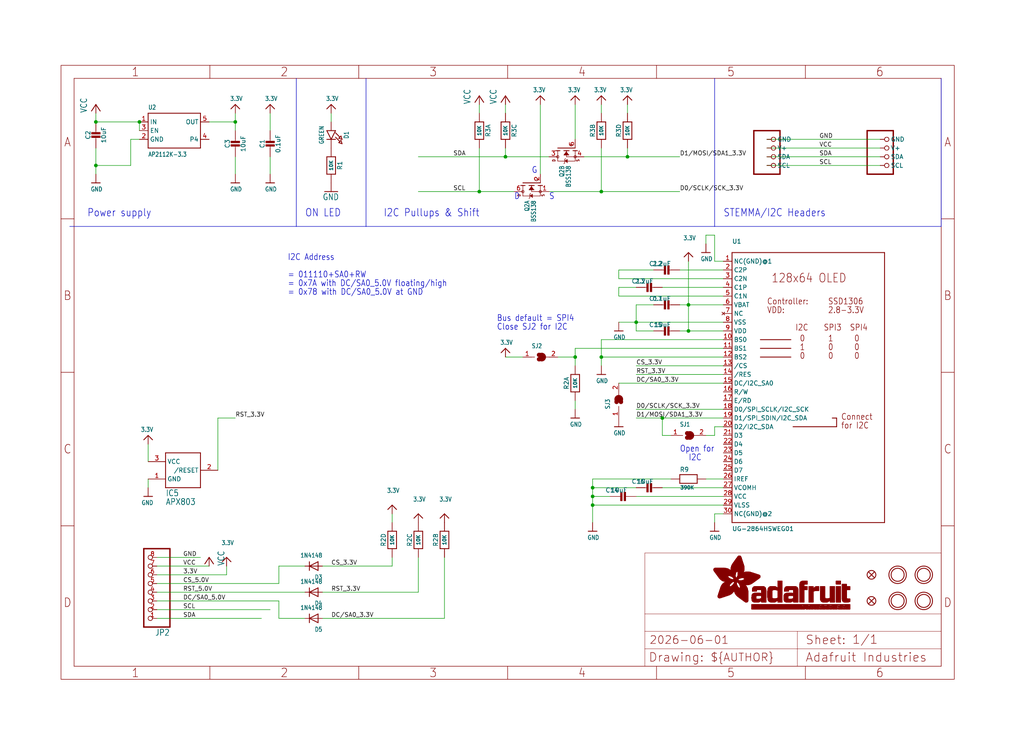
<source format=kicad_sch>
(kicad_sch (version 20230121) (generator eeschema)
  (paper "User" 298.45 217.322)
  (lib_symbols
    (symbol "working-eagle-import:3.3V" (power)
      (property "Value" "3.3V" (at -1.524 1.016 0))
      (symbol "3.3V_1_0"
        (pin power_in line (at 0 -2.54 90) (length 2.54) (name "3.3V") (number "1"))
      )
    )
    (symbol "working-eagle-import:AXP083-SAG"
      (property "Reference" "IC" (at -5.08 -7.62 0))
      (symbol "AXP083-SAG_1_0"
        (pin power_in line (at -10.16 -2.54 0) (length 5.08) (name "GND") (number "1"))
        (pin output line (at 10.16 0 180) (length 5.08) (name "/RESET") (number "2"))
        (pin power_in line (at -10.16 2.54 0) (length 5.08) (name "VCC") (number "3"))
      )
    )
    (symbol "working-eagle-import:CAP_CERAMIC0603_NO"
      (property "Reference" "C" (at -2.29 1.25 90))
      (symbol "CAP_CERAMIC0603_NO_1_0"
        (pin passive line (at 0 5.08 270) (length 2.54) (name "1") (number "1"))
        (pin passive line (at 0 -2.54 90) (length 2.54) (name "2") (number "2"))
      )
    )
    (symbol "working-eagle-import:CAP_CERAMIC0805-NOOUTLINE"
      (property "Reference" "C" (at -2.29 1.25 90))
      (symbol "CAP_CERAMIC0805-NOOUTLINE_1_0"
        (pin passive line (at 0 5.08 270) (length 2.54) (name "1") (number "1"))
        (pin passive line (at 0 -2.54 90) (length 2.54) (name "2") (number "2"))
      )
    )
    (symbol "working-eagle-import:DIODESOD-323"
      (property "Reference" "D" (at 0 2.54 0))
      (symbol "DIODESOD-323_1_0"
        (pin passive line (at -2.54 0 0) (length 2.54) (name "A") (number "A"))
        (pin passive line (at 2.54 0 180) (length 2.54) (name "C") (number "C"))
      )
    )
    (symbol "working-eagle-import:DISP_OLED_UG-2864HSWEG010.96{dblquote}"
      (property "Reference" "U" (at -22.86 40.64 0))
      (symbol "DISP_OLED_UG-2864HSWEG010.96{dblquote}_1_0"
        (text "0" (at -3.175 6.985 0) (effects (font (size 1.778 1.5113)) (justify left bottom)))
        (text "0" (at -3.175 12.065 0) (effects (font (size 1.778 1.5113)) (justify left bottom)))
        (text "0" (at 5.08 6.985 0) (effects (font (size 1.778 1.5113)) (justify left bottom)))
        (text "0" (at 5.08 9.525 0) (effects (font (size 1.778 1.5113)) (justify left bottom)))
        (text "0" (at 12.7 6.985 0) (effects (font (size 1.778 1.5113)) (justify left bottom)))
        (text "0" (at 12.7 9.525 0) (effects (font (size 1.778 1.5113)) (justify left bottom)))
        (text "0" (at 12.7 12.065 0) (effects (font (size 1.778 1.5113)) (justify left bottom)))
        (text "1" (at -3.175 9.525 0) (effects (font (size 1.778 1.5113)) (justify left bottom)))
        (text "1" (at 5.08 12.065 0) (effects (font (size 1.778 1.5113)) (justify left bottom)))
        (text "128x64 OLED" (at -11.43 29.21 0) (effects (font (size 2.54 2.159)) (justify left bottom)))
        (text "2.8-3.3V" (at 5.08 20.32 0) (effects (font (size 1.778 1.5113)) (justify left bottom)))
        (text "Connect" (at 8.89 -10.795 0) (effects (font (size 1.778 1.5113)) (justify left bottom)))
        (text "Controller:" (at -12.7 22.86 0) (effects (font (size 1.778 1.5113)) (justify left bottom)))
        (text "for I2C" (at 8.89 -13.335 0) (effects (font (size 1.778 1.5113)) (justify left bottom)))
        (text "I2C" (at -4.445 15.24 0) (effects (font (size 1.778 1.5113)) (justify left bottom)))
        (text "SPI3" (at 3.81 15.24 0) (effects (font (size 1.778 1.5113)) (justify left bottom)))
        (text "SPI4" (at 11.43 15.24 0) (effects (font (size 1.778 1.5113)) (justify left bottom)))
        (text "SSD1306" (at 5.08 22.86 0) (effects (font (size 1.778 1.5113)) (justify left bottom)))
        (text "VDD:" (at -12.7 20.32 0) (effects (font (size 1.778 1.5113)) (justify left bottom)))
        (pin input line (at -25.4 35.56 0) (length 2.54) (name "NC(GND)@1") (number "1"))
        (pin input line (at -25.4 12.7 0) (length 2.54) (name "BS0") (number "10"))
        (pin input line (at -25.4 10.16 0) (length 2.54) (name "BS1") (number "11"))
        (pin input line (at -25.4 7.62 0) (length 2.54) (name "BS2") (number "12"))
        (pin input line (at -25.4 5.08 0) (length 2.54) (name "/CS") (number "13"))
        (pin input line (at -25.4 2.54 0) (length 2.54) (name "/RES") (number "14"))
        (pin input line (at -25.4 0 0) (length 2.54) (name "DC/I2C_SA0") (number "15"))
        (pin input line (at -25.4 -2.54 0) (length 2.54) (name "R/W") (number "16"))
        (pin input line (at -25.4 -5.08 0) (length 2.54) (name "E/RD") (number "17"))
        (pin bidirectional line (at -25.4 -7.62 0) (length 2.54) (name "D0/SPI_SCLK/I2C_SCK") (number "18"))
        (pin bidirectional line (at -25.4 -10.16 0) (length 2.54) (name "D1/SPI_SDIN/I2C_SDA") (number "19"))
        (pin input line (at -25.4 33.02 0) (length 2.54) (name "C2P") (number "2"))
        (pin bidirectional line (at -25.4 -12.7 0) (length 2.54) (name "D2/I2C_SDA") (number "20"))
        (pin bidirectional line (at -25.4 -15.24 0) (length 2.54) (name "D3") (number "21"))
        (pin bidirectional line (at -25.4 -17.78 0) (length 2.54) (name "D4") (number "22"))
        (pin bidirectional line (at -25.4 -20.32 0) (length 2.54) (name "D5") (number "23"))
        (pin bidirectional line (at -25.4 -22.86 0) (length 2.54) (name "D6") (number "24"))
        (pin bidirectional line (at -25.4 -25.4 0) (length 2.54) (name "D7") (number "25"))
        (pin input line (at -25.4 -27.94 0) (length 2.54) (name "IREF") (number "26"))
        (pin output line (at -25.4 -30.48 0) (length 2.54) (name "VCOMH") (number "27"))
        (pin power_in line (at -25.4 -33.02 0) (length 2.54) (name "VCC") (number "28"))
        (pin power_in line (at -25.4 -35.56 0) (length 2.54) (name "VLSS") (number "29"))
        (pin input line (at -25.4 30.48 0) (length 2.54) (name "C2N") (number "3"))
        (pin input line (at -25.4 -38.1 0) (length 2.54) (name "NC(GND)@2") (number "30"))
        (pin input line (at -25.4 27.94 0) (length 2.54) (name "C1P") (number "4"))
        (pin input line (at -25.4 25.4 0) (length 2.54) (name "C1N") (number "5"))
        (pin input line (at -25.4 22.86 0) (length 2.54) (name "VBAT") (number "6"))
        (pin no_connect line (at -25.4 20.32 0) (length 2.54) (name "NC") (number "7"))
        (pin power_in line (at -25.4 17.78 0) (length 2.54) (name "VSS") (number "8"))
        (pin power_in line (at -25.4 15.24 0) (length 2.54) (name "VDD") (number "9"))
      )
    )
    (symbol "working-eagle-import:FIDUCIAL_1MM")
    (symbol "working-eagle-import:FRAME_A4_ADAFRUIT"
      (symbol "FRAME_A4_ADAFRUIT_1_0"
        (text "${#}/${##}" (at 230.505 10.16 0) (effects (font (size 2.54 2.54)) (justify left bottom)))
        (text "${AUTHOR}" (at 189.23 5.08 0) (effects (font (size 2.286 2.286)) (justify left bottom)))
        (text "${CURRENT_DATE}" (at 171.45 10.16 0) (effects (font (size 2.286 2.286)) (justify left bottom)))
        (text "${PROJECTNAME}" (at 171.45 15.24 0) (effects (font (size 2.54 2.54)) (justify left bottom)))
        (text "1" (at 21.6958 1.905 0) (effects (font (size 2.54 2.286))))
        (text "1" (at 21.6958 177.165 0) (effects (font (size 2.54 2.286))))
        (text "2" (at 65.0875 1.905 0) (effects (font (size 2.54 2.286))))
        (text "2" (at 65.0875 177.165 0) (effects (font (size 2.54 2.286))))
        (text "3" (at 108.4792 1.905 0) (effects (font (size 2.54 2.286))))
        (text "3" (at 108.4792 177.165 0) (effects (font (size 2.54 2.286))))
        (text "4" (at 151.8708 1.905 0) (effects (font (size 2.54 2.286))))
        (text "4" (at 151.8708 177.165 0) (effects (font (size 2.54 2.286))))
        (text "5" (at 195.2625 1.905 0) (effects (font (size 2.54 2.286))))
        (text "5" (at 195.2625 177.165 0) (effects (font (size 2.54 2.286))))
        (text "6" (at 238.6542 1.905 0) (effects (font (size 2.54 2.286))))
        (text "6" (at 238.6542 177.165 0) (effects (font (size 2.54 2.286))))
        (text "A" (at 1.905 156.6863 0) (effects (font (size 2.54 2.286))))
        (text "A" (at 258.445 156.6863 0) (effects (font (size 2.54 2.286))))
        (text "Adafruit Industries" (at 216.916 4.953 0) (effects (font (size 2.54 2.54)) (justify left bottom)))
        (text "B" (at 1.905 111.9188 0) (effects (font (size 2.54 2.286))))
        (text "B" (at 258.445 111.9188 0) (effects (font (size 2.54 2.286))))
        (text "C" (at 1.905 67.1513 0) (effects (font (size 2.54 2.286))))
        (text "C" (at 258.445 67.1513 0) (effects (font (size 2.54 2.286))))
        (text "D" (at 1.905 22.3838 0) (effects (font (size 2.54 2.286))))
        (text "D" (at 258.445 22.3838 0) (effects (font (size 2.54 2.286))))
        (text "Drawing:" (at 171.196 4.953 0) (effects (font (size 2.54 2.54)) (justify left bottom)))
        (text "Sheet:" (at 216.916 10.033 0) (effects (font (size 2.54 2.54)) (justify left bottom)))
      )
    )
    (symbol "working-eagle-import:GND" (power)
      (property "Value" "GND" (at -1.524 -2.54 0))
      (symbol "GND_1_0"
        (pin power_in line (at 0 2.54 270) (length 2.54) (name "GND") (number "1"))
      )
    )
    (symbol "working-eagle-import:HEADER-1X870MIL"
      (property "Reference" "JP" (at -6.35 13.335 0))
      (symbol "HEADER-1X870MIL_1_0"
        (pin passive inverted (at -2.54 10.16 0) (length 2.54) (name "1") (number "1"))
        (pin passive inverted (at -2.54 7.62 0) (length 2.54) (name "2") (number "2"))
        (pin passive inverted (at -2.54 5.08 0) (length 2.54) (name "3") (number "3"))
        (pin passive inverted (at -2.54 2.54 0) (length 2.54) (name "4") (number "4"))
        (pin passive inverted (at -2.54 0 0) (length 2.54) (name "5") (number "5"))
        (pin passive inverted (at -2.54 -2.54 0) (length 2.54) (name "6") (number "6"))
        (pin passive inverted (at -2.54 -5.08 0) (length 2.54) (name "7") (number "7"))
        (pin passive inverted (at -2.54 -7.62 0) (length 2.54) (name "8") (number "8"))
      )
    )
    (symbol "working-eagle-import:LED0603_NOOUTLINE"
      (property "Reference" "D" (at -1.27 4.445 0))
      (symbol "LED0603_NOOUTLINE_1_0"
        (pin passive line (at -5.08 0 0) (length 2.54) (name "A") (number "A"))
        (pin passive line (at 2.54 0 180) (length 2.54) (name "C") (number "C"))
      )
    )
    (symbol "working-eagle-import:MOSFET-N_DUAL"
      (property "Reference" "Q" (at 5.08 0.635 0))
      (symbol "MOSFET-N_DUAL_1_0"
        (text "D" (at 3.175 3.175 0) (effects (font (size 0.8128 0.6908)) (justify left bottom)))
        (text "G" (at -1.27 -1.905 0) (effects (font (size 0.8128 0.6908)) (justify left bottom)))
        (text "S" (at 3.175 -3.81 0) (effects (font (size 0.8128 0.6908)) (justify left bottom)))
        (pin bidirectional line (at 2.54 -5.08 90) (length 2.54) (name "S") (number "1"))
        (pin bidirectional line (at -2.54 -2.54 0) (length 2.54) (name "G") (number "2"))
        (pin bidirectional line (at 2.54 5.08 270) (length 2.54) (name "D") (number "6"))
      )
      (symbol "MOSFET-N_DUAL_2_0"
        (text "D" (at 3.175 3.175 0) (effects (font (size 0.8128 0.6908)) (justify left bottom)))
        (text "G" (at -1.27 -1.905 0) (effects (font (size 0.8128 0.6908)) (justify left bottom)))
        (text "S" (at 3.175 -3.81 0) (effects (font (size 0.8128 0.6908)) (justify left bottom)))
        (pin bidirectional line (at 2.54 5.08 270) (length 2.54) (name "D") (number "3"))
        (pin bidirectional line (at 2.54 -5.08 90) (length 2.54) (name "S") (number "4"))
        (pin bidirectional line (at -2.54 -2.54 0) (length 2.54) (name "G") (number "5"))
      )
    )
    (symbol "working-eagle-import:MOUNTINGHOLE2.5")
    (symbol "working-eagle-import:RESISTOR_0603_NOOUT"
      (property "Reference" "R" (at 0 2.54 0))
      (symbol "RESISTOR_0603_NOOUT_1_0"
        (pin passive line (at -5.08 0 0) (length 2.54) (name "1") (number "1"))
        (pin passive line (at 5.08 0 180) (length 2.54) (name "2") (number "2"))
      )
    )
    (symbol "working-eagle-import:RESISTOR_4PACK"
      (property "Reference" "R" (at 0 2.54 0))
      (symbol "RESISTOR_4PACK_1_0"
        (pin passive line (at -5.08 0 0) (length 2.54) (name "1") (number "1"))
        (pin passive line (at 5.08 0 180) (length 2.54) (name "2") (number "8"))
      )
      (symbol "RESISTOR_4PACK_2_0"
        (pin passive line (at -5.08 0 0) (length 2.54) (name "1") (number "2"))
        (pin passive line (at 5.08 0 180) (length 2.54) (name "2") (number "7"))
      )
      (symbol "RESISTOR_4PACK_3_0"
        (pin passive line (at -5.08 0 0) (length 2.54) (name "1") (number "3"))
        (pin passive line (at 5.08 0 180) (length 2.54) (name "2") (number "6"))
      )
      (symbol "RESISTOR_4PACK_4_0"
        (pin passive line (at -5.08 0 0) (length 2.54) (name "1") (number "4"))
        (pin passive line (at 5.08 0 180) (length 2.54) (name "2") (number "5"))
      )
    )
    (symbol "working-eagle-import:SOLDERJUMPER"
      (property "Reference" "SJ" (at -2.54 2.54 0))
      (symbol "SOLDERJUMPER_1_0"
        (pin passive line (at -5.08 0 0) (length 2.54) (name "1") (number "1"))
        (pin passive line (at 5.08 0 180) (length 2.54) (name "2") (number "2"))
      )
    )
    (symbol "working-eagle-import:SOLDERJUMPERCLOSED"
      (property "Reference" "SJ" (at -2.54 2.54 0))
      (symbol "SOLDERJUMPERCLOSED_1_0"
        (pin passive line (at -5.08 0 0) (length 2.54) (name "1") (number "1"))
        (pin passive line (at 5.08 0 180) (length 2.54) (name "2") (number "2"))
      )
    )
    (symbol "working-eagle-import:STEMMA_I2C_QT"
      (symbol "STEMMA_I2C_QT_1_0"
        (pin passive inverted (at 0 5.08 0) (length 2.54) (name "GND") (number "1"))
        (pin passive inverted (at 0 2.54 0) (length 2.54) (name "V+") (number "2"))
        (pin passive inverted (at 0 0 0) (length 2.54) (name "SDA") (number "3"))
        (pin passive inverted (at 0 -2.54 0) (length 2.54) (name "SCL") (number "4"))
      )
      (symbol "STEMMA_I2C_QT_2_0"
        (pin bidirectional line (at 0 0 0) (length 5.08) (name "MT") (number "MT1"))
      )
      (symbol "STEMMA_I2C_QT_3_0"
        (pin bidirectional line (at 0 0 0) (length 5.08) (name "MT") (number "MT2"))
      )
    )
    (symbol "working-eagle-import:VCC" (power)
      (property "Value" "VCC" (at -2.54 -2.54 90))
      (symbol "VCC_1_0"
        (pin power_in line (at 0 -2.54 90) (length 2.54) (name "VCC") (number "1"))
      )
    )
    (symbol "working-eagle-import:VREG_SOT23-5"
      (property "Reference" "U" (at -7.62 6.096 0))
      (symbol "VREG_SOT23-5_1_0"
        (pin power_in line (at -10.16 2.54 0) (length 2.54) (name "IN") (number "1"))
        (pin power_in line (at -10.16 -2.54 0) (length 2.54) (name "GND") (number "2"))
        (pin input line (at -10.16 0 0) (length 2.54) (name "EN") (number "3"))
        (pin bidirectional line (at 10.16 -2.54 180) (length 2.54) (name "P4") (number "4"))
        (pin power_in line (at 10.16 2.54 180) (length 2.54) (name "OUT") (number "5"))
      )
    )
    (symbol "working-eagle-import:supply1_GND" (power)
      (property "Value" "supply1_GND" (at -2.54 -2.54 0))
      (symbol "supply1_GND_1_0"
        (pin power_in line (at 0 2.54 270) (length 2.54) (name "GND") (number "1"))
      )
    )
  )
  (junction (at 27.94 48.26))
  (junction (at 139.7 55.88))
  (junction (at 27.94 35.56))
  (junction (at 147.32 45.72))
  (junction (at 193.04 121.92))
  (junction (at 172.72 142.24))
  (junction (at 172.72 144.78))
  (junction (at 200.66 96.52))
  (junction (at 175.26 55.88))
  (junction (at 68.58 35.56))
  (junction (at 185.42 93.98))
  (junction (at 167.64 104.14))
  (junction (at 40.64 35.56))
  (junction (at 172.72 147.32))
  (junction (at 200.66 88.9))
  (junction (at 175.26 104.14))
  (junction (at 182.88 45.72))
  (wire (pts (xy 210.82 88.9) (xy 200.66 88.9)) (stroke (width 0.1524)))
  (wire (pts (xy 160.02 55.88) (xy 175.26 55.88)) (stroke (width 0.1524)))
  (wire (pts (xy 256.54 45.72) (xy 223.52 45.72)) (stroke (width 0.1524)))
  (wire (pts (xy 210.82 111.76) (xy 180.34 111.76)) (stroke (width 0.1524)))
  (wire (pts (xy 43.18 134.62) (xy 43.18 129.54)) (stroke (width 0.1524)))
  (wire (pts (xy 200.66 88.9) (xy 198.12 88.9)) (stroke (width 0.1524)))
  (wire (pts (xy 167.64 101.6) (xy 167.64 104.14)) (stroke (width 0.1524)))
  (polyline (pts (xy 20.32 66.04) (xy 86.36 66.04)) (stroke (width 0.1524) (type solid)))
  (wire (pts (xy 38.1 48.26) (xy 27.94 48.26)) (stroke (width 0.1524)))
  (wire (pts (xy 114.3 149.86) (xy 114.3 152.4)) (stroke (width 0.1524)))
  (wire (pts (xy 210.82 78.74) (xy 198.12 78.74)) (stroke (width 0.1524)))
  (wire (pts (xy 210.82 144.78) (xy 185.42 144.78)) (stroke (width 0.1524)))
  (wire (pts (xy 45.72 180.34) (xy 76.2 180.34)) (stroke (width 0.1524)))
  (wire (pts (xy 139.7 55.88) (xy 121.92 55.88)) (stroke (width 0.1524)))
  (wire (pts (xy 60.96 35.56) (xy 68.58 35.56)) (stroke (width 0.1524)))
  (wire (pts (xy 45.72 165.1) (xy 60.96 165.1)) (stroke (width 0.1524)))
  (wire (pts (xy 129.54 180.34) (xy 129.54 162.56)) (stroke (width 0.1524)))
  (wire (pts (xy 210.82 99.06) (xy 175.26 99.06)) (stroke (width 0.1524)))
  (wire (pts (xy 40.64 38.1) (xy 40.64 35.56)) (stroke (width 0.1524)))
  (wire (pts (xy 45.72 167.64) (xy 66.04 167.64)) (stroke (width 0.1524)))
  (wire (pts (xy 147.32 43.18) (xy 147.32 45.72)) (stroke (width 0.1524)))
  (wire (pts (xy 210.82 83.82) (xy 193.04 83.82)) (stroke (width 0.1524)))
  (wire (pts (xy 208.28 76.2) (xy 208.28 68.58)) (stroke (width 0.1524)))
  (wire (pts (xy 114.3 165.1) (xy 114.3 162.56)) (stroke (width 0.1524)))
  (wire (pts (xy 210.82 104.14) (xy 175.26 104.14)) (stroke (width 0.1524)))
  (polyline (pts (xy 106.68 66.04) (xy 208.28 66.04)) (stroke (width 0.1524) (type solid)))
  (wire (pts (xy 45.72 172.72) (xy 88.9 172.72)) (stroke (width 0.1524)))
  (wire (pts (xy 205.74 68.58) (xy 205.74 71.12)) (stroke (width 0.1524)))
  (wire (pts (xy 45.72 170.18) (xy 81.28 170.18)) (stroke (width 0.1524)))
  (polyline (pts (xy 274.32 22.86) (xy 274.32 66.04)) (stroke (width 0.1524) (type solid)))
  (wire (pts (xy 139.7 30.48) (xy 139.7 33.02)) (stroke (width 0.1524)))
  (wire (pts (xy 180.34 81.28) (xy 210.82 81.28)) (stroke (width 0.1524)))
  (wire (pts (xy 208.28 149.86) (xy 208.28 152.4)) (stroke (width 0.1524)))
  (wire (pts (xy 27.94 33.02) (xy 27.94 35.56)) (stroke (width 0.1524)))
  (wire (pts (xy 208.28 124.46) (xy 208.28 127)) (stroke (width 0.1524)))
  (wire (pts (xy 96.52 35.56) (xy 96.52 33.02)) (stroke (width 0.1524)))
  (wire (pts (xy 172.72 144.78) (xy 172.72 142.24)) (stroke (width 0.1524)))
  (wire (pts (xy 63.5 137.16) (xy 63.5 121.92)) (stroke (width 0.1524)))
  (wire (pts (xy 182.88 43.18) (xy 182.88 45.72)) (stroke (width 0.1524)))
  (wire (pts (xy 193.04 127) (xy 193.04 121.92)) (stroke (width 0.1524)))
  (wire (pts (xy 210.82 106.68) (xy 185.42 106.68)) (stroke (width 0.1524)))
  (wire (pts (xy 185.42 88.9) (xy 185.42 93.98)) (stroke (width 0.1524)))
  (wire (pts (xy 180.34 78.74) (xy 180.34 81.28)) (stroke (width 0.1524)))
  (wire (pts (xy 149.86 55.88) (xy 139.7 55.88)) (stroke (width 0.1524)))
  (wire (pts (xy 121.92 172.72) (xy 121.92 162.56)) (stroke (width 0.1524)))
  (wire (pts (xy 208.28 68.58) (xy 205.74 68.58)) (stroke (width 0.1524)))
  (wire (pts (xy 167.64 101.6) (xy 210.82 101.6)) (stroke (width 0.1524)))
  (wire (pts (xy 210.82 76.2) (xy 208.28 76.2)) (stroke (width 0.1524)))
  (wire (pts (xy 167.64 40.64) (xy 167.64 30.48)) (stroke (width 0.1524)))
  (wire (pts (xy 167.64 119.38) (xy 167.64 116.84)) (stroke (width 0.1524)))
  (wire (pts (xy 81.28 165.1) (xy 88.9 165.1)) (stroke (width 0.1524)))
  (wire (pts (xy 193.04 121.92) (xy 185.42 121.92)) (stroke (width 0.1524)))
  (wire (pts (xy 93.98 165.1) (xy 114.3 165.1)) (stroke (width 0.1524)))
  (wire (pts (xy 175.26 43.18) (xy 175.26 55.88)) (stroke (width 0.1524)))
  (wire (pts (xy 170.18 45.72) (xy 182.88 45.72)) (stroke (width 0.1524)))
  (wire (pts (xy 45.72 162.56) (xy 58.42 162.56)) (stroke (width 0.1524)))
  (wire (pts (xy 157.48 50.8) (xy 157.48 30.48)) (stroke (width 0.1524)))
  (wire (pts (xy 190.5 96.52) (xy 185.42 96.52)) (stroke (width 0.1524)))
  (wire (pts (xy 147.32 45.72) (xy 121.92 45.72)) (stroke (width 0.1524)))
  (wire (pts (xy 200.66 96.52) (xy 198.12 96.52)) (stroke (width 0.1524)))
  (wire (pts (xy 223.52 48.26) (xy 256.54 48.26)) (stroke (width 0.1524)))
  (wire (pts (xy 81.28 170.18) (xy 81.28 165.1)) (stroke (width 0.1524)))
  (wire (pts (xy 78.74 45.72) (xy 78.74 50.8)) (stroke (width 0.1524)))
  (wire (pts (xy 45.72 177.8) (xy 78.74 177.8)) (stroke (width 0.1524)))
  (wire (pts (xy 200.66 88.9) (xy 200.66 96.52)) (stroke (width 0.1524)))
  (wire (pts (xy 200.66 76.2) (xy 200.66 88.9)) (stroke (width 0.1524)))
  (polyline (pts (xy 86.36 66.04) (xy 106.68 66.04)) (stroke (width 0.1524) (type solid)))
  (wire (pts (xy 185.42 93.98) (xy 180.34 93.98)) (stroke (width 0.1524)))
  (wire (pts (xy 210.82 142.24) (xy 193.04 142.24)) (stroke (width 0.1524)))
  (wire (pts (xy 210.82 139.7) (xy 205.74 139.7)) (stroke (width 0.1524)))
  (wire (pts (xy 185.42 83.82) (xy 180.34 83.82)) (stroke (width 0.1524)))
  (wire (pts (xy 256.54 40.64) (xy 223.52 40.64)) (stroke (width 0.1524)))
  (wire (pts (xy 27.94 48.26) (xy 27.94 43.18)) (stroke (width 0.1524)))
  (wire (pts (xy 180.34 86.36) (xy 210.82 86.36)) (stroke (width 0.1524)))
  (wire (pts (xy 81.28 175.26) (xy 81.28 180.34)) (stroke (width 0.1524)))
  (wire (pts (xy 162.56 104.14) (xy 167.64 104.14)) (stroke (width 0.1524)))
  (wire (pts (xy 160.02 45.72) (xy 147.32 45.72)) (stroke (width 0.1524)))
  (wire (pts (xy 93.98 180.34) (xy 129.54 180.34)) (stroke (width 0.1524)))
  (wire (pts (xy 172.72 139.7) (xy 195.58 139.7)) (stroke (width 0.1524)))
  (wire (pts (xy 208.28 127) (xy 205.74 127)) (stroke (width 0.1524)))
  (wire (pts (xy 172.72 147.32) (xy 172.72 144.78)) (stroke (width 0.1524)))
  (wire (pts (xy 175.26 99.06) (xy 175.26 104.14)) (stroke (width 0.1524)))
  (wire (pts (xy 68.58 45.72) (xy 68.58 50.8)) (stroke (width 0.1524)))
  (wire (pts (xy 93.98 172.72) (xy 121.92 172.72)) (stroke (width 0.1524)))
  (wire (pts (xy 177.8 144.78) (xy 172.72 144.78)) (stroke (width 0.1524)))
  (wire (pts (xy 45.72 175.26) (xy 81.28 175.26)) (stroke (width 0.1524)))
  (wire (pts (xy 210.82 93.98) (xy 185.42 93.98)) (stroke (width 0.1524)))
  (wire (pts (xy 175.26 104.14) (xy 175.26 106.68)) (stroke (width 0.1524)))
  (wire (pts (xy 40.64 35.56) (xy 27.94 35.56)) (stroke (width 0.1524)))
  (wire (pts (xy 185.42 142.24) (xy 172.72 142.24)) (stroke (width 0.1524)))
  (wire (pts (xy 210.82 96.52) (xy 200.66 96.52)) (stroke (width 0.1524)))
  (wire (pts (xy 38.1 40.64) (xy 38.1 48.26)) (stroke (width 0.1524)))
  (wire (pts (xy 210.82 147.32) (xy 172.72 147.32)) (stroke (width 0.1524)))
  (wire (pts (xy 223.52 43.18) (xy 256.54 43.18)) (stroke (width 0.1524)))
  (wire (pts (xy 210.82 149.86) (xy 208.28 149.86)) (stroke (width 0.1524)))
  (polyline (pts (xy 208.28 66.04) (xy 274.32 66.04)) (stroke (width 0.1524) (type solid)))
  (wire (pts (xy 172.72 142.24) (xy 172.72 139.7)) (stroke (width 0.1524)))
  (wire (pts (xy 210.82 109.22) (xy 185.42 109.22)) (stroke (width 0.1524)))
  (wire (pts (xy 66.04 167.64) (xy 66.04 165.1)) (stroke (width 0.1524)))
  (wire (pts (xy 167.64 104.14) (xy 167.64 106.68)) (stroke (width 0.1524)))
  (wire (pts (xy 175.26 55.88) (xy 198.12 55.88)) (stroke (width 0.1524)))
  (wire (pts (xy 210.82 119.38) (xy 185.42 119.38)) (stroke (width 0.1524)))
  (wire (pts (xy 68.58 35.56) (xy 68.58 33.02)) (stroke (width 0.1524)))
  (polyline (pts (xy 86.36 22.86) (xy 86.36 66.04)) (stroke (width 0.1524) (type solid)))
  (wire (pts (xy 190.5 88.9) (xy 185.42 88.9)) (stroke (width 0.1524)))
  (wire (pts (xy 78.74 33.02) (xy 78.74 38.1)) (stroke (width 0.1524)))
  (wire (pts (xy 182.88 45.72) (xy 198.12 45.72)) (stroke (width 0.1524)))
  (polyline (pts (xy 208.28 22.86) (xy 208.28 66.04)) (stroke (width 0.1524) (type solid)))
  (wire (pts (xy 195.58 127) (xy 193.04 127)) (stroke (width 0.1524)))
  (wire (pts (xy 185.42 96.52) (xy 185.42 93.98)) (stroke (width 0.1524)))
  (wire (pts (xy 210.82 121.92) (xy 193.04 121.92)) (stroke (width 0.1524)))
  (wire (pts (xy 180.34 83.82) (xy 180.34 86.36)) (stroke (width 0.1524)))
  (wire (pts (xy 175.26 33.02) (xy 175.26 30.48)) (stroke (width 0.1524)))
  (wire (pts (xy 63.5 121.92) (xy 68.58 121.92)) (stroke (width 0.1524)))
  (wire (pts (xy 210.82 124.46) (xy 208.28 124.46)) (stroke (width 0.1524)))
  (wire (pts (xy 43.18 139.7) (xy 43.18 142.24)) (stroke (width 0.1524)))
  (wire (pts (xy 27.94 48.26) (xy 27.94 50.8)) (stroke (width 0.1524)))
  (wire (pts (xy 172.72 147.32) (xy 172.72 152.4)) (stroke (width 0.1524)))
  (wire (pts (xy 68.58 35.56) (xy 68.58 38.1)) (stroke (width 0.1524)))
  (wire (pts (xy 190.5 78.74) (xy 180.34 78.74)) (stroke (width 0.1524)))
  (wire (pts (xy 152.4 104.14) (xy 147.32 104.14)) (stroke (width 0.1524)))
  (wire (pts (xy 139.7 43.18) (xy 139.7 55.88)) (stroke (width 0.1524)))
  (wire (pts (xy 147.32 33.02) (xy 147.32 30.48)) (stroke (width 0.1524)))
  (wire (pts (xy 81.28 180.34) (xy 88.9 180.34)) (stroke (width 0.1524)))
  (wire (pts (xy 40.64 40.64) (xy 38.1 40.64)) (stroke (width 0.1524)))
  (polyline (pts (xy 106.68 22.86) (xy 106.68 66.04)) (stroke (width 0.1524) (type solid)))
  (wire (pts (xy 182.88 33.02) (xy 182.88 30.48)) (stroke (width 0.1524)))
  (text "I2C Address" (at 83.82 76.2 0) (effects (font (size 1.778 1.5113)) (justify left bottom)))
  (text "Power supply" (at 25.4 63.5 0) (effects (font (size 2.1844 1.8567)) (justify left bottom)))
  (text "STEMMA/I2C Headers" (at 210.82 63.5 0) (effects (font (size 2.1844 1.8567)) (justify left bottom)))
  (text "D" (at 149.86 58.42 0) (effects (font (size 1.778 1.5113)) (justify left bottom)))
  (text "I2C Pullups & Shift" (at 111.76 63.5 0) (effects (font (size 2.1844 1.8567)) (justify left bottom)))
  (text "S" (at 160.02 58.42 0) (effects (font (size 1.778 1.5113)) (justify left bottom)))
  (text "I2C" (at 200.66 134.62 0) (effects (font (size 1.778 1.5113)) (justify left bottom)))
  (text "= 0x78 with DC/SA0_5.0V at GND" (at 83.82 86.36 0) (effects (font (size 1.778 1.5113)) (justify left bottom)))
  (text "= 011110+SA0+RW" (at 83.82 81.28 0) (effects (font (size 1.778 1.5113)) (justify left bottom)))
  (text "Open for" (at 198.12 132.08 0) (effects (font (size 1.778 1.5113)) (justify left bottom)))
  (text "Bus default = SPI4" (at 144.78 93.98 0) (effects (font (size 1.778 1.5113)) (justify left bottom)))
  (text "ON LED" (at 88.9 63.5 0) (effects (font (size 2.1844 1.8567)) (justify left bottom)))
  (text "G" (at 154.94 50.8 0) (effects (font (size 1.778 1.5113)) (justify left bottom)))
  (text "Close SJ2 for I2C" (at 144.78 96.52 0) (effects (font (size 1.778 1.5113)) (justify left bottom)))
  (text "= 0x7A with DC/SA0_5.0V floating/high" (at 83.82 83.82 0) (effects (font (size 1.778 1.5113)) (justify left bottom)))
  (label "SCL" (at 132.08 55.88 0) (effects (font (size 1.2446 1.2446))))
  (label "GND" (at 53.34 162.56 0) (effects (font (size 1.2446 1.2446))))
  (label "D0/SCLK/SCK_3.3V" (at 185.42 119.38 0) (effects (font (size 1.2446 1.2446))))
  (label "VCC" (at 238.76 43.18 0) (effects (font (size 1.2446 1.2446))))
  (label "SDA" (at 53.34 180.34 0) (effects (font (size 1.2446 1.2446))))
  (label "RST_3.3V" (at 185.42 109.22 0) (effects (font (size 1.2446 1.2446))))
  (label "3.3V" (at 53.34 167.64 0) (effects (font (size 1.2446 1.2446))))
  (label "VCC" (at 53.34 165.1 0) (effects (font (size 1.2446 1.2446))))
  (label "D0/SCLK/SCK_3.3V" (at 198.12 55.88 0) (effects (font (size 1.2446 1.2446))))
  (label "SCL" (at 238.76 48.26 0) (effects (font (size 1.2446 1.2446))))
  (label "GND" (at 238.76 40.64 0) (effects (font (size 1.2446 1.2446))))
  (label "DC/SA0_3.3V" (at 96.52 180.34 0) (effects (font (size 1.2446 1.2446))))
  (label "D1/MOSI/SDA1_3.3V" (at 198.12 45.72 0) (effects (font (size 1.2446 1.2446))))
  (label "CS_5.0V" (at 53.34 170.18 0) (effects (font (size 1.2446 1.2446))))
  (label "D1/MOSI/SDA1_3.3V" (at 185.42 121.92 0) (effects (font (size 1.2446 1.2446))))
  (label "DC/SA0_5.0V" (at 53.34 175.26 0) (effects (font (size 1.2446 1.2446))))
  (label "SCL" (at 53.34 177.8 0) (effects (font (size 1.2446 1.2446))))
  (label "RST_3.3V" (at 68.58 121.92 0) (effects (font (size 1.2446 1.2446))))
  (label "DC/SA0_3.3V" (at 185.42 111.76 0) (effects (font (size 1.2446 1.2446))))
  (label "SDA" (at 132.08 45.72 0) (effects (font (size 1.2446 1.2446))))
  (label "CS_3.3V" (at 96.52 165.1 0) (effects (font (size 1.2446 1.2446))))
  (label "RST_3.3V" (at 96.52 172.72 0) (effects (font (size 1.2446 1.2446))))
  (label "RST_5.0V" (at 53.34 172.72 0) (effects (font (size 1.2446 1.2446))))
  (label "CS_3.3V" (at 185.42 106.68 0) (effects (font (size 1.2446 1.2446))))
  (label "SDA" (at 238.76 45.72 0) (effects (font (size 1.2446 1.2446))))
  (symbol (lib_id "working-eagle-import:3.3V") (at 167.64 27.94 0) (mirror y) (unit 1)
    (property "Reference" "#U$23" (effects hide))
    (property "Value" "3.3V" (at 169.164 26.924 0) (effects (font (size 1.27 1.0795)) (justify left bottom)))
  )
  (symbol (lib_id "working-eagle-import:AXP083-SAG") (at 53.34 137.16 0) (unit 1)
    (property "Reference" "IC5" (at 48.26 144.78 0) (effects (font (size 1.778 1.5113)) (justify left bottom)))
    (property "Value" "APX803" (at 48.26 147.32 0) (effects (font (size 1.778 1.5113)) (justify left bottom)))
    (property "Footprint" "working:SOT23" (effects hide))
  )
  (symbol (lib_id "working-eagle-import:3.3V") (at 200.66 73.66 0) (unit 1)
    (property "Reference" "#U$46" (effects hide))
    (property "Value" "3.3V" (at 199.136 70.104 0) (effects (font (size 1.27 1.0795)) (justify left bottom)))
  )
  (symbol (lib_id "working-eagle-import:VREG_SOT23-5") (at 50.8 38.1 0) (unit 1)
    (property "Reference" "U2" (at 43.18 32.004 0) (effects (font (size 1.27 1.0795)) (justify left bottom)))
    (property "Value" "AP2112K-3.3" (at 43.18 45.72 0) (effects (font (size 1.27 1.0795)) (justify left bottom)))
    (property "Footprint" "working:SOT23-5" (effects hide))
  )
  (symbol (lib_id "working-eagle-import:RESISTOR_4PACK") (at 139.7 38.1 270) (unit 1)
    (property "Reference" "R3" (at 142.24 38.1 0))
    (property "Value" "10K" (at 139.7 38.1 0) (effects (font (size 1.016 1.016) bold)))
    (property "Footprint" "working:RESPACK_4X0603" (effects hide))
  )
  (symbol (lib_id "working-eagle-import:GND") (at 27.94 53.34 0) (unit 1)
    (property "Reference" "#U$13" (effects hide))
    (property "Value" "GND" (at 26.416 55.88 0) (effects (font (size 1.27 1.0795)) (justify left bottom)))
  )
  (symbol (lib_id "working-eagle-import:RESISTOR_0603_NOOUT") (at 96.52 48.26 270) (unit 1)
    (property "Reference" "R1" (at 99.06 48.26 0))
    (property "Value" "10K" (at 96.52 48.26 0) (effects (font (size 1.016 1.016) bold)))
    (property "Footprint" "working:0603-NO" (effects hide))
  )
  (symbol (lib_id "working-eagle-import:3.3V") (at 147.32 101.6 0) (unit 1)
    (property "Reference" "#U$30" (effects hide))
    (property "Value" "3.3V" (at 145.796 100.584 0) (effects (font (size 1.27 1.0795)) (justify left bottom)))
  )
  (symbol (lib_id "working-eagle-import:CAP_CERAMIC0805-NOOUTLINE") (at 182.88 144.78 90) (unit 1)
    (property "Reference" "C14" (at 180.34 142.24 90) (effects (justify left bottom)))
    (property "Value" "10uF" (at 182.88 142.24 90) (effects (justify left bottom)))
    (property "Footprint" "working:0805-NO" (effects hide))
  )
  (symbol (lib_id "working-eagle-import:SOLDERJUMPERCLOSED") (at 200.66 127 0) (unit 1)
    (property "Reference" "SJ1" (at 198.12 124.46 0) (effects (font (size 1.27 1.0795)) (justify left bottom)))
    (property "Value" "SOLDERJUMPERCLOSED" (effects hide))
    (property "Footprint" "working:SOLDERJUMPER_CLOSEDWIRE" (effects hide))
  )
  (symbol (lib_id "working-eagle-import:3.3V") (at 182.88 27.94 0) (mirror y) (unit 1)
    (property "Reference" "#U$7" (effects hide))
    (property "Value" "3.3V" (at 184.404 26.924 0) (effects (font (size 1.27 1.0795)) (justify left bottom)))
  )
  (symbol (lib_id "working-eagle-import:DIODESOD-323") (at 91.44 165.1 180) (unit 1)
    (property "Reference" "D3" (at 93.98 167.64 0) (effects (font (size 1.27 1.0795)) (justify left bottom)))
    (property "Value" "1N4148" (at 93.98 161.29 0) (effects (font (size 1.27 1.0795)) (justify left bottom)))
    (property "Footprint" "working:SOD-323" (effects hide))
  )
  (symbol (lib_id "working-eagle-import:3.3V") (at 68.58 30.48 0) (unit 1)
    (property "Reference" "#U$15" (effects hide))
    (property "Value" "3.3V" (at 67.056 29.464 0) (effects (font (size 1.27 1.0795)) (justify left bottom)))
  )
  (symbol (lib_id "working-eagle-import:GND") (at 180.34 124.46 0) (unit 1)
    (property "Reference" "#U$4" (effects hide))
    (property "Value" "GND" (at 178.816 127 0) (effects (font (size 1.27 1.0795)) (justify left bottom)))
  )
  (symbol (lib_id "working-eagle-import:GND") (at 208.28 154.94 0) (unit 1)
    (property "Reference" "#U$43" (effects hide))
    (property "Value" "GND" (at 206.756 157.48 0) (effects (font (size 1.27 1.0795)) (justify left bottom)))
  )
  (symbol (lib_id "working-eagle-import:FIDUCIAL_1MM") (at 254 175.26 0) (unit 1)
    (property "Reference" "FID3" (effects hide))
    (property "Value" "FIDUCIAL_1MM" (effects hide))
    (property "Footprint" "working:FIDUCIAL_1MM" (effects hide))
  )
  (symbol (lib_id "working-eagle-import:GND") (at 205.74 73.66 0) (unit 1)
    (property "Reference" "#U$42" (effects hide))
    (property "Value" "GND" (at 204.216 76.2 0) (effects (font (size 1.27 1.0795)) (justify left bottom)))
  )
  (symbol (lib_id "working-eagle-import:STEMMA_I2C_QT") (at 223.52 45.72 0) (unit 1)
    (property "Reference" "CONN1" (effects hide))
    (property "Value" "STEMMA_I2C_QT" (effects hide))
    (property "Footprint" "working:JST_SH4" (effects hide))
  )
  (symbol (lib_id "working-eagle-import:3.3V") (at 78.74 30.48 0) (unit 1)
    (property "Reference" "#U$14" (effects hide))
    (property "Value" "3.3V" (at 77.216 29.464 0) (effects (font (size 1.27 1.0795)) (justify left bottom)))
  )
  (symbol (lib_id "working-eagle-import:RESISTOR_4PACK") (at 175.26 38.1 90) (mirror x) (unit 2)
    (property "Reference" "R3" (at 172.72 38.1 0))
    (property "Value" "10K" (at 175.26 38.1 0) (effects (font (size 1.016 1.016) bold)))
    (property "Footprint" "working:RESPACK_4X0603" (effects hide))
  )
  (symbol (lib_id "working-eagle-import:CAP_CERAMIC0603_NO") (at 78.74 43.18 0) (unit 1)
    (property "Reference" "C1" (at 76.45 41.93 90))
    (property "Value" "0.1uF" (at 81.04 41.93 90))
    (property "Footprint" "working:0603-NO" (effects hide))
  )
  (symbol (lib_id "working-eagle-import:GND") (at 175.26 109.22 0) (unit 1)
    (property "Reference" "#U$20" (effects hide))
    (property "Value" "GND" (at 173.736 111.76 0) (effects (font (size 1.27 1.0795)) (justify left bottom)))
  )
  (symbol (lib_id "working-eagle-import:MOSFET-N_DUAL") (at 154.94 53.34 90) (mirror x) (unit 1)
    (property "Reference" "Q2" (at 154.305 58.42 0) (effects (font (size 1.27 1.0795)) (justify left bottom)))
    (property "Value" "BSS138" (at 156.21 58.42 0) (effects (font (size 1.27 1.0795)) (justify left bottom)))
    (property "Footprint" "working:SOT363" (effects hide))
  )
  (symbol (lib_id "working-eagle-import:3.3V") (at 157.48 27.94 0) (mirror y) (unit 1)
    (property "Reference" "#U$26" (effects hide))
    (property "Value" "3.3V" (at 159.004 26.924 0) (effects (font (size 1.27 1.0795)) (justify left bottom)))
  )
  (symbol (lib_id "working-eagle-import:SOLDERJUMPERCLOSED") (at 157.48 104.14 0) (unit 1)
    (property "Reference" "SJ2" (at 154.94 101.6 0) (effects (font (size 1.27 1.0795)) (justify left bottom)))
    (property "Value" "SOLDERJUMPERCLOSED" (effects hide))
    (property "Footprint" "working:SOLDERJUMPER_CLOSEDWIRE" (effects hide))
  )
  (symbol (lib_id "working-eagle-import:CAP_CERAMIC0805-NOOUTLINE") (at 195.58 96.52 90) (unit 1)
    (property "Reference" "C15" (at 193.04 93.98 90) (effects (justify left bottom)))
    (property "Value" "10uF" (at 195.58 93.98 90) (effects (justify left bottom)))
    (property "Footprint" "working:0805-NO" (effects hide))
  )
  (symbol (lib_id "working-eagle-import:VCC") (at 27.94 30.48 0) (unit 1)
    (property "Reference" "#P+3" (effects hide))
    (property "Value" "VCC" (at 25.4 33.02 90) (effects (font (size 1.778 1.5113)) (justify left bottom)))
  )
  (symbol (lib_id "working-eagle-import:CAP_CERAMIC0603_NO") (at 195.58 88.9 90) (unit 1)
    (property "Reference" "C17" (at 193.04 86.36 90) (effects (justify left bottom)))
    (property "Value" "0.1uF" (at 195.58 86.36 90) (effects (justify left bottom)))
    (property "Footprint" "working:0603-NO" (effects hide))
  )
  (symbol (lib_id "working-eagle-import:RESISTOR_4PACK") (at 129.54 157.48 90) (unit 2)
    (property "Reference" "R2" (at 127 157.48 0))
    (property "Value" "10K" (at 129.54 157.48 0) (effects (font (size 1.016 1.016) bold)))
    (property "Footprint" "working:RESPACK_4X0603" (effects hide))
  )
  (symbol (lib_id "working-eagle-import:VCC") (at 139.7 27.94 0) (unit 1)
    (property "Reference" "#P+1" (effects hide))
    (property "Value" "VCC" (at 137.16 30.48 90) (effects (font (size 1.778 1.5113)) (justify left bottom)))
  )
  (symbol (lib_id "working-eagle-import:DIODESOD-323") (at 91.44 172.72 180) (unit 1)
    (property "Reference" "D4" (at 93.98 175.26 0) (effects (font (size 1.27 1.0795)) (justify left bottom)))
    (property "Value" "1N4148" (at 93.98 168.91 0) (effects (font (size 1.27 1.0795)) (justify left bottom)))
    (property "Footprint" "working:SOD-323" (effects hide))
  )
  (symbol (lib_id "working-eagle-import:SOLDERJUMPER") (at 180.34 116.84 90) (unit 1)
    (property "Reference" "SJ3" (at 177.8 119.38 0) (effects (font (size 1.27 1.0795)) (justify left bottom)))
    (property "Value" "SOLDERJUMPER" (effects hide))
    (property "Footprint" "working:SOLDERJUMPER_ARROW_NOPASTE" (effects hide))
  )
  (symbol (lib_id "working-eagle-import:GND") (at 167.64 121.92 0) (unit 1)
    (property "Reference" "#U$27" (effects hide))
    (property "Value" "GND" (at 166.116 124.46 0) (effects (font (size 1.27 1.0795)) (justify left bottom)))
  )
  (symbol (lib_id "working-eagle-import:FRAME_A4_ADAFRUIT") (at 17.78 198.12 0) (unit 1)
    (property "Reference" "#U$18" (effects hide))
    (property "Value" "FRAME_A4_ADAFRUIT" (effects hide))
  )
  (symbol (lib_id "working-eagle-import:3.3V") (at 96.52 30.48 0) (unit 1)
    (property "Reference" "#U$3" (effects hide))
    (property "Value" "3.3V" (at 94.996 29.464 0) (effects (font (size 1.27 1.0795)) (justify left bottom)))
  )
  (symbol (lib_id "working-eagle-import:HEADER-1X870MIL") (at 43.18 170.18 180) (unit 1)
    (property "Reference" "JP2" (at 49.53 183.515 0) (effects (font (size 1.778 1.5113)) (justify left bottom)))
    (property "Value" "HEADER-1X870MIL" (effects hide))
    (property "Footprint" "working:1X08_ROUND_70" (effects hide))
  )
  (symbol (lib_id "working-eagle-import:DISP_OLED_UG-2864HSWEG010.96{dblquote}") (at 236.22 111.76 0) (unit 1)
    (property "Reference" "U1" (at 213.36 71.12 0) (effects (justify left bottom)))
    (property "Value" "UG-2864HSWEG01" (at 213.36 154.94 0) (effects (justify left bottom)))
    (property "Footprint" "working:UG-2864HSWEG01_0.96IN_WRAPAROUND" (effects hide))
  )
  (symbol (lib_id "working-eagle-import:DIODESOD-323") (at 91.44 180.34 180) (unit 1)
    (property "Reference" "D5" (at 93.98 182.88 0) (effects (font (size 1.27 1.0795)) (justify left bottom)))
    (property "Value" "1N4148" (at 93.98 176.53 0) (effects (font (size 1.27 1.0795)) (justify left bottom)))
    (property "Footprint" "working:SOD-323" (effects hide))
  )
  (symbol (lib_id "working-eagle-import:CAP_CERAMIC0805-NOOUTLINE") (at 190.5 142.24 90) (unit 1)
    (property "Reference" "C16" (at 187.96 139.7 90) (effects (justify left bottom)))
    (property "Value" "10uF" (at 190.5 139.7 90) (effects (justify left bottom)))
    (property "Footprint" "working:0805-NO" (effects hide))
  )
  (symbol (lib_id "working-eagle-import:RESISTOR_4PACK") (at 114.3 157.48 90) (unit 4)
    (property "Reference" "R2" (at 111.76 157.48 0))
    (property "Value" "10K" (at 114.3 157.48 0) (effects (font (size 1.016 1.016) bold)))
    (property "Footprint" "working:RESPACK_4X0603" (effects hide))
  )
  (symbol (lib_id "working-eagle-import:RESISTOR_4PACK") (at 182.88 38.1 90) (mirror x) (unit 4)
    (property "Reference" "R3" (at 180.34 38.1 0))
    (property "Value" "10K" (at 182.88 38.1 0) (effects (font (size 1.016 1.016) bold)))
    (property "Footprint" "working:RESPACK_4X0603" (effects hide))
  )
  (symbol (lib_id "working-eagle-import:GND") (at 78.74 53.34 0) (unit 1)
    (property "Reference" "#U$6" (effects hide))
    (property "Value" "GND" (at 77.216 55.88 0) (effects (font (size 1.27 1.0795)) (justify left bottom)))
  )
  (symbol (lib_id "working-eagle-import:RESISTOR_0603_NOOUT") (at 200.66 139.7 0) (unit 1)
    (property "Reference" "R9" (at 198.12 137.668 0) (effects (justify left bottom)))
    (property "Value" "390K" (at 198.12 142.875 0) (effects (font (size 1.016 1.016) bold) (justify left bottom)))
    (property "Footprint" "working:0603-NO" (effects hide))
  )
  (symbol (lib_id "working-eagle-import:VCC") (at 60.96 162.56 0) (mirror y) (unit 1)
    (property "Reference" "#P+4" (effects hide))
    (property "Value" "VCC" (at 63.5 165.1 90) (effects (font (size 1.778 1.5113)) (justify left bottom)))
  )
  (symbol (lib_id "working-eagle-import:CAP_CERAMIC0805-NOOUTLINE") (at 68.58 43.18 0) (unit 1)
    (property "Reference" "C3" (at 66.29 41.93 90))
    (property "Value" "10uF" (at 70.88 41.93 90))
    (property "Footprint" "working:0805-NO" (effects hide))
  )
  (symbol (lib_id "working-eagle-import:LED0603_NOOUTLINE") (at 96.52 40.64 270) (unit 1)
    (property "Reference" "D1" (at 100.965 39.37 0) (effects (font (size 1.27 1.0795))))
    (property "Value" "GREEN" (at 93.726 39.37 0) (effects (font (size 1.27 1.0795))))
    (property "Footprint" "working:CHIPLED_0603_NOOUTLINE" (effects hide))
  )
  (symbol (lib_id "working-eagle-import:MOUNTINGHOLE2.5") (at 269.24 167.64 0) (unit 1)
    (property "Reference" "U$19" (effects hide))
    (property "Value" "MOUNTINGHOLE2.5" (effects hide))
    (property "Footprint" "working:MOUNTINGHOLE_2.5_PLATED" (effects hide))
  )
  (symbol (lib_id "working-eagle-import:CAP_CERAMIC0805-NOOUTLINE") (at 195.58 78.74 90) (unit 1)
    (property "Reference" "C12" (at 193.04 76.2 90) (effects (justify left bottom)))
    (property "Value" "2.2uF" (at 195.58 76.2 90) (effects (justify left bottom)))
    (property "Footprint" "working:0805-NO" (effects hide))
  )
  (symbol (lib_id "working-eagle-import:MOUNTINGHOLE2.5") (at 261.62 167.64 0) (unit 1)
    (property "Reference" "U$17" (effects hide))
    (property "Value" "MOUNTINGHOLE2.5" (effects hide))
    (property "Footprint" "working:MOUNTINGHOLE_2.5_PLATED" (effects hide))
  )
  (symbol (lib_id "working-eagle-import:GND") (at 180.34 96.52 0) (unit 1)
    (property "Reference" "#U$44" (effects hide))
    (property "Value" "GND" (at 178.816 99.06 0) (effects (font (size 1.27 1.0795)) (justify left bottom)))
  )
  (symbol (lib_id "working-eagle-import:3.3V") (at 114.3 147.32 0) (unit 1)
    (property "Reference" "#U$37" (effects hide))
    (property "Value" "3.3V" (at 112.776 143.764 0) (effects (font (size 1.27 1.0795)) (justify left bottom)))
  )
  (symbol (lib_id "working-eagle-import:CAP_CERAMIC0805-NOOUTLINE") (at 190.5 83.82 90) (unit 1)
    (property "Reference" "C13" (at 187.96 81.28 90) (effects (justify left bottom)))
    (property "Value" "2.2uF" (at 190.5 81.28 90) (effects (justify left bottom)))
    (property "Footprint" "working:0805-NO" (effects hide))
  )
  (symbol (lib_id "working-eagle-import:FIDUCIAL_1MM") (at 254 167.64 0) (unit 1)
    (property "Reference" "FID4" (effects hide))
    (property "Value" "FIDUCIAL_1MM" (effects hide))
    (property "Footprint" "working:FIDUCIAL_1MM" (effects hide))
  )
  (symbol (lib_id "working-eagle-import:GND") (at 68.58 53.34 0) (unit 1)
    (property "Reference" "#U$5" (effects hide))
    (property "Value" "GND" (at 67.056 55.88 0) (effects (font (size 1.27 1.0795)) (justify left bottom)))
  )
  (symbol (lib_id "working-eagle-import:RESISTOR_4PACK") (at 147.32 38.1 270) (unit 3)
    (property "Reference" "R3" (at 149.86 38.1 0))
    (property "Value" "10K" (at 147.32 38.1 0) (effects (font (size 1.016 1.016) bold)))
    (property "Footprint" "working:RESPACK_4X0603" (effects hide))
  )
  (symbol (lib_id "working-eagle-import:CAP_CERAMIC0805-NOOUTLINE") (at 27.94 40.64 0) (unit 1)
    (property "Reference" "C2" (at 25.65 39.39 90))
    (property "Value" "10uF" (at 30.24 39.39 90))
    (property "Footprint" "working:0805-NO" (effects hide))
  )
  (symbol (lib_id "working-eagle-import:VCC") (at 147.32 27.94 0) (unit 1)
    (property "Reference" "#P+2" (effects hide))
    (property "Value" "VCC" (at 144.78 30.48 90) (effects (font (size 1.778 1.5113)) (justify left bottom)))
  )
  (symbol (lib_id "working-eagle-import:STEMMA_I2C_QT") (at 256.54 45.72 0) (unit 1)
    (property "Reference" "CONN4" (effects hide))
    (property "Value" "STEMMA_I2C_QT" (effects hide))
    (property "Footprint" "working:JST_SH4" (effects hide))
  )
  (symbol (lib_id "working-eagle-import:3.3V") (at 175.26 27.94 0) (mirror y) (unit 1)
    (property "Reference" "#U$24" (effects hide))
    (property "Value" "3.3V" (at 176.784 26.924 0) (effects (font (size 1.27 1.0795)) (justify left bottom)))
  )
  (symbol (lib_id "working-eagle-import:3.3V") (at 66.04 162.56 0) (unit 1)
    (property "Reference" "#U$36" (effects hide))
    (property "Value" "3.3V" (at 64.516 159.004 0) (effects (font (size 1.27 1.0795)) (justify left bottom)))
  )
  (symbol (lib_id "working-eagle-import:GND") (at 43.18 144.78 0) (mirror y) (unit 1)
    (property "Reference" "#U$2" (effects hide))
    (property "Value" "GND" (at 44.704 147.32 0) (effects (font (size 1.27 1.0795)) (justify left bottom)))
  )
  (symbol (lib_id "working-eagle-import:3.3V") (at 129.54 149.86 0) (unit 1)
    (property "Reference" "#U$39" (effects hide))
    (property "Value" "3.3V" (at 128.016 146.304 0) (effects (font (size 1.27 1.0795)) (justify left bottom)))
  )
  (symbol (lib_id "working-eagle-import:MOUNTINGHOLE2.5") (at 261.62 175.26 0) (unit 1)
    (property "Reference" "U$1" (effects hide))
    (property "Value" "MOUNTINGHOLE2.5" (effects hide))
    (property "Footprint" "working:MOUNTINGHOLE_2.5_PLATED" (effects hide))
  )
  (symbol (lib_id "working-eagle-import:supply1_GND") (at 96.52 55.88 0) (unit 1)
    (property "Reference" "#GND6" (effects hide))
    (property "Value" "GND" (at 93.98 58.42 0) (effects (font (size 1.778 1.5113)) (justify left bottom)))
  )
  (symbol (lib_id "working-eagle-import:MOSFET-N_DUAL") (at 165.1 43.18 90) (mirror x) (unit 2)
    (property "Reference" "Q2" (at 164.465 48.26 0) (effects (font (size 1.27 1.0795)) (justify left bottom)))
    (property "Value" "BSS138" (at 166.37 48.26 0) (effects (font (size 1.27 1.0795)) (justify left bottom)))
    (property "Footprint" "working:SOT363" (effects hide))
  )
  (symbol (lib_id "working-eagle-import:3.3V") (at 43.18 127 0) (mirror y) (unit 1)
    (property "Reference" "#U$11" (effects hide))
    (property "Value" "3.3V" (at 44.704 125.984 0) (effects (font (size 1.27 1.0795)) (justify left bottom)))
  )
  (symbol (lib_id "working-eagle-import:GND") (at 172.72 154.94 0) (unit 1)
    (property "Reference" "#U$45" (effects hide))
    (property "Value" "GND" (at 171.196 157.48 0) (effects (font (size 1.27 1.0795)) (justify left bottom)))
  )
  (symbol (lib_id "working-eagle-import:RESISTOR_4PACK") (at 167.64 111.76 90) (unit 1)
    (property "Reference" "R2" (at 165.1 111.76 0))
    (property "Value" "10K" (at 167.64 111.76 0) (effects (font (size 1.016 1.016) bold)))
    (property "Footprint" "working:RESPACK_4X0603" (effects hide))
  )
  (symbol (lib_id "working-eagle-import:MOUNTINGHOLE2.5") (at 269.24 175.26 0) (unit 1)
    (property "Reference" "U$21" (effects hide))
    (property "Value" "MOUNTINGHOLE2.5" (effects hide))
    (property "Footprint" "working:MOUNTINGHOLE_2.5_PLATED" (effects hide))
  )
  (symbol (lib_id "working-eagle-import:3.3V") (at 121.92 149.86 0) (unit 1)
    (property "Reference" "#U$38" (effects hide))
    (property "Value" "3.3V" (at 120.396 146.304 0) (effects (font (size 1.27 1.0795)) (justify left bottom)))
  )
  (symbol (lib_id "working-eagle-import:RESISTOR_4PACK") (at 121.92 157.48 90) (unit 3)
    (property "Reference" "R2" (at 119.38 157.48 0))
    (property "Value" "10K" (at 121.92 157.48 0) (effects (font (size 1.016 1.016) bold)))
    (property "Footprint" "working:RESPACK_4X0603" (effects hide))
  )
)
</source>
